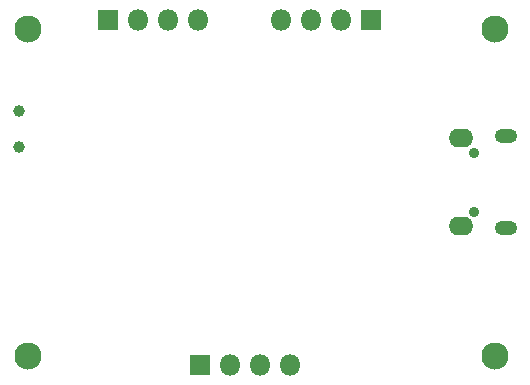
<source format=gbr>
%TF.GenerationSoftware,KiCad,Pcbnew,(5.1.6)-1*%
%TF.CreationDate,2022-03-08T04:09:40+09:00*%
%TF.ProjectId,STM32-project,53544d33-322d-4707-926f-6a6563742e6b,rev?*%
%TF.SameCoordinates,Original*%
%TF.FileFunction,Soldermask,Bot*%
%TF.FilePolarity,Negative*%
%FSLAX46Y46*%
G04 Gerber Fmt 4.6, Leading zero omitted, Abs format (unit mm)*
G04 Created by KiCad (PCBNEW (5.1.6)-1) date 2022-03-08 04:09:40*
%MOMM*%
%LPD*%
G01*
G04 APERTURE LIST*
%ADD10O,0.900000X0.900000*%
%ADD11O,1.900000X1.250000*%
%ADD12O,2.100000X1.550000*%
%ADD13C,1.000000*%
%ADD14C,2.300000*%
%ADD15O,1.800000X1.800000*%
%ADD16R,1.800000X1.800000*%
G04 APERTURE END LIST*
D10*
%TO.C,J1*%
X95700000Y-77000000D03*
X95700000Y-82000000D03*
D11*
X98450000Y-75625000D03*
X98450000Y-83375000D03*
D12*
X94650000Y-75775000D03*
X94650000Y-83225000D03*
%TD*%
D13*
%TO.C,SW1*%
X57170000Y-76500000D03*
X57170000Y-73500000D03*
%TD*%
D14*
%TO.C,H4*%
X97500000Y-66500000D03*
%TD*%
%TO.C,H3*%
X58000000Y-66500000D03*
%TD*%
%TO.C,H2*%
X97500000Y-94250000D03*
%TD*%
%TO.C,H1*%
X58000000Y-94250000D03*
%TD*%
D15*
%TO.C,J4*%
X80120000Y-95000000D03*
X77580000Y-95000000D03*
X75040000Y-95000000D03*
D16*
X72500000Y-95000000D03*
%TD*%
D15*
%TO.C,J3*%
X79380000Y-65750000D03*
X81920000Y-65750000D03*
X84460000Y-65750000D03*
D16*
X87000000Y-65750000D03*
%TD*%
D15*
%TO.C,J2*%
X72370000Y-65750000D03*
X69830000Y-65750000D03*
X67290000Y-65750000D03*
D16*
X64750000Y-65750000D03*
%TD*%
M02*

</source>
